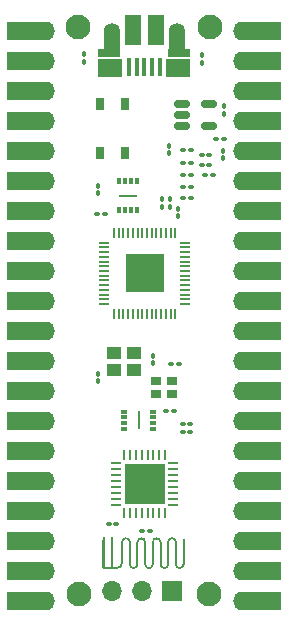
<source format=gbr>
%TF.GenerationSoftware,KiCad,Pcbnew,7.0.7*%
%TF.CreationDate,2023-09-13T09:18:24+07:00*%
%TF.ProjectId,Pico2040-Modular-Rev2-W,5069636f-3230-4343-902d-4d6f64756c61,rev?*%
%TF.SameCoordinates,Original*%
%TF.FileFunction,Soldermask,Top*%
%TF.FilePolarity,Negative*%
%FSLAX46Y46*%
G04 Gerber Fmt 4.6, Leading zero omitted, Abs format (unit mm)*
G04 Created by KiCad (PCBNEW 7.0.7) date 2023-09-13 09:18:24*
%MOMM*%
%LPD*%
G01*
G04 APERTURE LIST*
G04 Aperture macros list*
%AMRoundRect*
0 Rectangle with rounded corners*
0 $1 Rounding radius*
0 $2 $3 $4 $5 $6 $7 $8 $9 X,Y pos of 4 corners*
0 Add a 4 corners polygon primitive as box body*
4,1,4,$2,$3,$4,$5,$6,$7,$8,$9,$2,$3,0*
0 Add four circle primitives for the rounded corners*
1,1,$1+$1,$2,$3*
1,1,$1+$1,$4,$5*
1,1,$1+$1,$6,$7*
1,1,$1+$1,$8,$9*
0 Add four rect primitives between the rounded corners*
20,1,$1+$1,$2,$3,$4,$5,0*
20,1,$1+$1,$4,$5,$6,$7,0*
20,1,$1+$1,$6,$7,$8,$9,0*
20,1,$1+$1,$8,$9,$2,$3,0*%
G04 Aperture macros list end*
%ADD10C,0.200000*%
%ADD11RoundRect,0.100000X-0.100000X0.130000X-0.100000X-0.130000X0.100000X-0.130000X0.100000X0.130000X0*%
%ADD12RoundRect,0.100000X-0.130000X-0.100000X0.130000X-0.100000X0.130000X0.100000X-0.130000X0.100000X0*%
%ADD13R,0.400000X1.650000*%
%ADD14R,1.825000X0.700000*%
%ADD15R,2.000000X1.500000*%
%ADD16R,1.350000X2.000000*%
%ADD17O,1.350000X1.700000*%
%ADD18O,1.100000X1.500000*%
%ADD19R,1.430000X2.500000*%
%ADD20RoundRect,0.014000X0.161000X-0.231000X0.161000X0.231000X-0.161000X0.231000X-0.161000X-0.231000X0*%
%ADD21R,1.600000X0.200000*%
%ADD22RoundRect,0.062500X0.062500X-0.375000X0.062500X0.375000X-0.062500X0.375000X-0.062500X-0.375000X0*%
%ADD23RoundRect,0.062500X0.375000X-0.062500X0.375000X0.062500X-0.375000X0.062500X-0.375000X-0.062500X0*%
%ADD24R,3.450000X3.450000*%
%ADD25R,0.200000X0.300000*%
%ADD26R,0.900000X0.800000*%
%ADD27RoundRect,0.100000X0.130000X0.100000X-0.130000X0.100000X-0.130000X-0.100000X0.130000X-0.100000X0*%
%ADD28R,1.150000X1.000000*%
%ADD29RoundRect,0.100000X0.100000X-0.130000X0.100000X0.130000X-0.100000X0.130000X-0.100000X-0.130000X0*%
%ADD30C,2.100000*%
%ADD31R,3.200000X1.600000*%
%ADD32O,1.700000X1.600000*%
%ADD33RoundRect,0.150000X-0.512500X-0.150000X0.512500X-0.150000X0.512500X0.150000X-0.512500X0.150000X0*%
%ADD34RoundRect,0.014000X0.231000X0.161000X-0.231000X0.161000X-0.231000X-0.161000X0.231000X-0.161000X0*%
%ADD35R,0.200000X1.600000*%
%ADD36R,1.700000X1.700000*%
%ADD37O,1.700000X1.700000*%
%ADD38R,0.650000X1.050000*%
%ADD39RoundRect,0.050000X-0.387500X-0.050000X0.387500X-0.050000X0.387500X0.050000X-0.387500X0.050000X0*%
%ADD40RoundRect,0.050000X-0.050000X-0.387500X0.050000X-0.387500X0.050000X0.387500X-0.050000X0.387500X0*%
%ADD41R,3.200000X3.200000*%
G04 APERTURE END LIST*
D10*
%TO.C,AE1*%
X106595000Y-97305000D02*
X107710000Y-97305000D01*
X108160000Y-95105000D02*
X108160000Y-96855000D01*
X108810000Y-96980000D02*
X108810000Y-95105000D01*
X109460000Y-95105000D02*
X109460000Y-96980000D01*
X110110000Y-96980000D02*
X110110000Y-95105000D01*
X110760000Y-95105000D02*
X110760000Y-96980000D01*
X111410000Y-96980000D02*
X111410000Y-95105000D01*
X112060000Y-95105000D02*
X112060000Y-96980000D01*
X112710000Y-96980000D02*
X112710000Y-95105000D01*
X113360000Y-96980000D02*
X113360000Y-94805000D01*
X108810000Y-95105000D02*
G75*
G03*
X108160000Y-95105000I-325000J0D01*
G01*
X107710000Y-97305000D02*
G75*
G03*
X108160000Y-96855000I0J450000D01*
G01*
X110110000Y-95105000D02*
G75*
G03*
X109460000Y-95105000I-325000J0D01*
G01*
X108810000Y-96980000D02*
G75*
G03*
X109460000Y-96980000I325000J0D01*
G01*
X111410000Y-95105000D02*
G75*
G03*
X110760000Y-95105000I-325000J0D01*
G01*
X110110000Y-96980000D02*
G75*
G03*
X110760000Y-96980000I325000J0D01*
G01*
X112710000Y-95105000D02*
G75*
G03*
X112060000Y-95105000I-325000J0D01*
G01*
X111410000Y-96980000D02*
G75*
G03*
X112060000Y-96980000I325000J0D01*
G01*
X112710000Y-96980000D02*
G75*
G03*
X113360000Y-96980000I325000J0D01*
G01*
G36*
X106695000Y-97307500D02*
G01*
X106495000Y-97305000D01*
X106495000Y-94950000D01*
X106695000Y-94950000D01*
X106695000Y-97307500D01*
G37*
G36*
X107410000Y-97212500D02*
G01*
X107210000Y-97212500D01*
X107210000Y-94950000D01*
X107410000Y-94950000D01*
X107410000Y-97212500D01*
G37*
%TD*%
D11*
%TO.C,D1*%
X114915000Y-53870000D03*
X114915000Y-54510000D03*
%TD*%
D12*
%TO.C,C9*%
X113335000Y-65000000D03*
X113975000Y-65000000D03*
%TD*%
D13*
%TO.C,J1*%
X111350000Y-54880000D03*
X110700000Y-54880000D03*
X110050000Y-54880000D03*
X109400000Y-54880000D03*
X108750000Y-54880000D03*
D14*
X113000000Y-53680000D03*
D15*
X112900000Y-54980000D03*
D16*
X112780000Y-52930000D03*
D17*
X112780000Y-52000000D03*
D18*
X112470000Y-55000000D03*
D19*
X111010000Y-51730000D03*
X109090000Y-51730000D03*
D18*
X107630000Y-55000000D03*
D17*
X107320000Y-52000000D03*
D16*
X107300000Y-52930000D03*
D15*
X107150000Y-55000000D03*
D14*
X107050000Y-53680000D03*
%TD*%
D11*
%TO.C,C13*%
X116800000Y-58180000D03*
X116800000Y-58820000D03*
%TD*%
D12*
%TO.C,C10*%
X113335000Y-66000000D03*
X113975000Y-66000000D03*
%TD*%
%TO.C,C18*%
X109875000Y-94150000D03*
X110515000Y-94150000D03*
%TD*%
D20*
%TO.C,U3*%
X107900000Y-67000000D03*
X108400000Y-67000000D03*
X108900000Y-67000000D03*
X109400000Y-67000000D03*
X109400000Y-64560000D03*
X108900000Y-64560000D03*
X108400000Y-64560000D03*
X107900000Y-64560000D03*
D21*
X108650000Y-65780000D03*
%TD*%
D22*
%TO.C,U4*%
X108312500Y-92625000D03*
X108812500Y-92625000D03*
X109312500Y-92625000D03*
X109812500Y-92625000D03*
X110312500Y-92625000D03*
X110812500Y-92625000D03*
X111312500Y-92625000D03*
X111812500Y-92625000D03*
D23*
X112500000Y-91937500D03*
X112500000Y-91437500D03*
X112500000Y-90937500D03*
X112500000Y-90437500D03*
X112500000Y-89937500D03*
X112500000Y-89437500D03*
X112500000Y-88937500D03*
X112500000Y-88437500D03*
D22*
X111812500Y-87750000D03*
X111312500Y-87750000D03*
X110812500Y-87750000D03*
X110312500Y-87750000D03*
X109812500Y-87750000D03*
X109312500Y-87750000D03*
X108812500Y-87750000D03*
X108312500Y-87750000D03*
D23*
X107625000Y-88437500D03*
X107625000Y-88937500D03*
X107625000Y-89437500D03*
X107625000Y-89937500D03*
X107625000Y-90437500D03*
X107625000Y-90937500D03*
X107625000Y-91437500D03*
X107625000Y-91937500D03*
D24*
X110062500Y-90187500D03*
%TD*%
D25*
%TO.C,AE1*%
X106595000Y-94800000D03*
X107310000Y-94800000D03*
%TD*%
D26*
%TO.C,Y2*%
X111000000Y-82600000D03*
X112400000Y-82600000D03*
X112400000Y-81500000D03*
X111000000Y-81500000D03*
%TD*%
D11*
%TO.C,R2*%
X112200000Y-66080000D03*
X112200000Y-66720000D03*
%TD*%
D12*
%TO.C,R3*%
X116135000Y-61000000D03*
X116775000Y-61000000D03*
%TD*%
D11*
%TO.C,C12*%
X112155000Y-61525000D03*
X112155000Y-62165000D03*
%TD*%
D12*
%TO.C,C3*%
X113295000Y-85820000D03*
X113935000Y-85820000D03*
%TD*%
D27*
%TO.C,R7*%
X107650000Y-93580000D03*
X107010000Y-93580000D03*
%TD*%
D28*
%TO.C,Y1*%
X107450000Y-80500000D03*
X109200000Y-80500000D03*
X109200000Y-79100000D03*
X107450000Y-79100000D03*
%TD*%
D12*
%TO.C,C16*%
X112335000Y-80050000D03*
X112975000Y-80050000D03*
%TD*%
D11*
%TO.C,R4*%
X116700000Y-61980000D03*
X116700000Y-62620000D03*
%TD*%
D29*
%TO.C,C1*%
X112900000Y-67525000D03*
X112900000Y-66885000D03*
%TD*%
D30*
%TO.C,REF\u002A\u002A*%
X104550000Y-99510000D03*
%TD*%
D11*
%TO.C,R1*%
X111500000Y-66060000D03*
X111500000Y-66700000D03*
%TD*%
D12*
%TO.C,C7*%
X113335000Y-63000000D03*
X113975000Y-63000000D03*
%TD*%
D30*
%TO.C,REF\u002A\u002A*%
X104400000Y-51500000D03*
%TD*%
D12*
%TO.C,C11*%
X115180000Y-64000000D03*
X115820000Y-64000000D03*
%TD*%
D29*
%TO.C,D2*%
X104930000Y-54445000D03*
X104930000Y-53805000D03*
%TD*%
D12*
%TO.C,C2*%
X113300000Y-85100000D03*
X113940000Y-85100000D03*
%TD*%
D11*
%TO.C,R6*%
X106130000Y-64935000D03*
X106130000Y-65575000D03*
%TD*%
D12*
%TO.C,C17*%
X111875000Y-84000000D03*
X112515000Y-84000000D03*
%TD*%
%TO.C,C8*%
X113335000Y-64000000D03*
X113975000Y-64000000D03*
%TD*%
D31*
%TO.C,J2*%
X100000000Y-51800000D03*
D32*
X101610000Y-51800000D03*
D31*
X100000000Y-54340000D03*
D32*
X101610000Y-54340000D03*
D31*
X100000000Y-56880000D03*
D32*
X101610000Y-56880000D03*
D31*
X100000000Y-59420000D03*
D32*
X101610000Y-59420000D03*
D31*
X100000000Y-61960000D03*
D32*
X101610000Y-61960000D03*
D31*
X100000000Y-64500000D03*
D32*
X101610000Y-64500000D03*
D31*
X100000000Y-67040000D03*
D32*
X101610000Y-67040000D03*
D31*
X100000000Y-69580000D03*
D32*
X101610000Y-69580000D03*
D31*
X100000000Y-72120000D03*
D32*
X101610000Y-72120000D03*
D31*
X100000000Y-74660000D03*
D32*
X101610000Y-74660000D03*
D31*
X100000000Y-77200000D03*
D32*
X101610000Y-77200000D03*
D31*
X100000000Y-79740000D03*
D32*
X101610000Y-79740000D03*
D31*
X100000000Y-82280000D03*
D32*
X101610000Y-82280000D03*
D31*
X100000000Y-84820000D03*
D32*
X101610000Y-84820000D03*
D31*
X100000000Y-87360000D03*
D32*
X101610000Y-87360000D03*
D31*
X100000000Y-89900000D03*
D32*
X101610000Y-89900000D03*
D31*
X100000000Y-92440000D03*
D32*
X101610000Y-92440000D03*
D31*
X100000000Y-94980000D03*
D32*
X101610000Y-94980000D03*
D31*
X100000000Y-97520000D03*
D32*
X101610000Y-97520000D03*
D31*
X100000000Y-100060000D03*
D32*
X101610000Y-100060000D03*
%TD*%
D30*
%TO.C,REF\u002A\u002A*%
X115600000Y-51500000D03*
%TD*%
D33*
%TO.C,U2*%
X113225000Y-58000000D03*
X113225000Y-58950000D03*
X113225000Y-59900000D03*
X115500000Y-59900000D03*
X115500000Y-58000000D03*
%TD*%
D12*
%TO.C,C5*%
X114880000Y-63200000D03*
X115520000Y-63200000D03*
%TD*%
%TO.C,C6*%
X113335000Y-61900000D03*
X113975000Y-61900000D03*
%TD*%
D30*
%TO.C,REF\u002A\u002A*%
X115550000Y-99500000D03*
%TD*%
D11*
%TO.C,C14*%
X110755000Y-79330000D03*
X110755000Y-79970000D03*
%TD*%
D12*
%TO.C,C4*%
X114880000Y-62350000D03*
X115520000Y-62350000D03*
%TD*%
%TO.C,R5*%
X106035000Y-67300000D03*
X106675000Y-67300000D03*
%TD*%
D34*
%TO.C,U5*%
X110800000Y-85550000D03*
X110800000Y-85050000D03*
X110800000Y-84550000D03*
X110800000Y-84050000D03*
X108360000Y-84050000D03*
X108360000Y-84550000D03*
X108360000Y-85050000D03*
X108360000Y-85550000D03*
D35*
X109580000Y-84800000D03*
%TD*%
D36*
%TO.C,J4*%
X112400000Y-99250000D03*
D37*
X109860000Y-99250000D03*
X107320000Y-99250000D03*
%TD*%
D11*
%TO.C,C15*%
X106150000Y-80850000D03*
X106150000Y-81490000D03*
%TD*%
D38*
%TO.C,SW1*%
X108400000Y-58000000D03*
X108400000Y-62150000D03*
X106250000Y-58000000D03*
X106250000Y-62125000D03*
%TD*%
D39*
%TO.C,U1*%
X106625000Y-69750000D03*
X106625000Y-70150000D03*
X106625000Y-70550000D03*
X106625000Y-70950000D03*
X106625000Y-71350000D03*
X106625000Y-71750000D03*
X106625000Y-72150000D03*
X106625000Y-72550000D03*
X106625000Y-72950000D03*
X106625000Y-73350000D03*
X106625000Y-73750000D03*
X106625000Y-74150000D03*
X106625000Y-74550000D03*
X106625000Y-74950000D03*
D40*
X107462500Y-75787500D03*
X107862500Y-75787500D03*
X108262500Y-75787500D03*
X108662500Y-75787500D03*
X109062500Y-75787500D03*
X109462500Y-75787500D03*
X109862500Y-75787500D03*
X110262500Y-75787500D03*
X110662500Y-75787500D03*
X111062500Y-75787500D03*
X111462500Y-75787500D03*
X111862500Y-75787500D03*
X112262500Y-75787500D03*
X112662500Y-75787500D03*
D39*
X113500000Y-74950000D03*
X113500000Y-74550000D03*
X113500000Y-74150000D03*
X113500000Y-73750000D03*
X113500000Y-73350000D03*
X113500000Y-72950000D03*
X113500000Y-72550000D03*
X113500000Y-72150000D03*
X113500000Y-71750000D03*
X113500000Y-71350000D03*
X113500000Y-70950000D03*
X113500000Y-70550000D03*
X113500000Y-70150000D03*
X113500000Y-69750000D03*
D40*
X112662500Y-68912500D03*
X112262500Y-68912500D03*
X111862500Y-68912500D03*
X111462500Y-68912500D03*
X111062500Y-68912500D03*
X110662500Y-68912500D03*
X110262500Y-68912500D03*
X109862500Y-68912500D03*
X109462500Y-68912500D03*
X109062500Y-68912500D03*
X108662500Y-68912500D03*
X108262500Y-68912500D03*
X107862500Y-68912500D03*
X107462500Y-68912500D03*
D41*
X110062500Y-72350000D03*
%TD*%
D31*
%TO.C,J3*%
X120000000Y-51800000D03*
D32*
X118390000Y-51800000D03*
D31*
X120000000Y-54340000D03*
D32*
X118390000Y-54340000D03*
D31*
X120000000Y-56880000D03*
D32*
X118390000Y-56880000D03*
D31*
X120000000Y-59420000D03*
D32*
X118390000Y-59420000D03*
D31*
X120000000Y-61960000D03*
D32*
X118390000Y-61960000D03*
D31*
X120000000Y-64500000D03*
D32*
X118390000Y-64500000D03*
D31*
X120000000Y-67040000D03*
D32*
X118390000Y-67040000D03*
D31*
X120000000Y-69580000D03*
D32*
X118390000Y-69580000D03*
D31*
X120000000Y-72120000D03*
D32*
X118390000Y-72120000D03*
D31*
X120000000Y-74660000D03*
D32*
X118390000Y-74660000D03*
D31*
X120000000Y-77200000D03*
D32*
X118390000Y-77200000D03*
D31*
X120000000Y-79740000D03*
D32*
X118390000Y-79740000D03*
D31*
X120000000Y-82280000D03*
D32*
X118390000Y-82280000D03*
D31*
X120000000Y-84820000D03*
D32*
X118390000Y-84820000D03*
D31*
X120000000Y-87360000D03*
D32*
X118390000Y-87360000D03*
D31*
X120000000Y-89900000D03*
D32*
X118390000Y-89900000D03*
D31*
X120000000Y-92440000D03*
D32*
X118390000Y-92440000D03*
D31*
X120000000Y-94980000D03*
D32*
X118390000Y-94980000D03*
D31*
X120000000Y-97520000D03*
D32*
X118390000Y-97520000D03*
D31*
X120000000Y-100060000D03*
D32*
X118390000Y-100060000D03*
%TD*%
M02*

</source>
